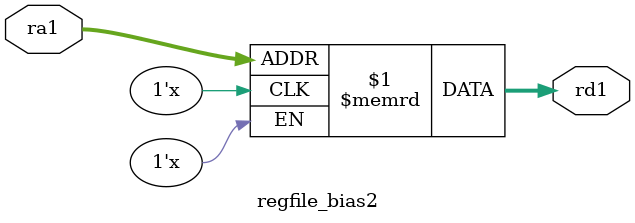
<source format=sv>
module regfile_bias2(input  logic [5:0] ra1,
                output logic [15:0] rd1);

    // one port register file
    // read one port combinationally
    //ra1 is the address that we want to read
    //rd1 is the data from memory that we get

    logic [15:0] rf[14:0];
    // rf is register file, 15:0 is data size and 14:0 is file length

   assign rd1 = rf[ra1];

endmodule // regfile

</source>
